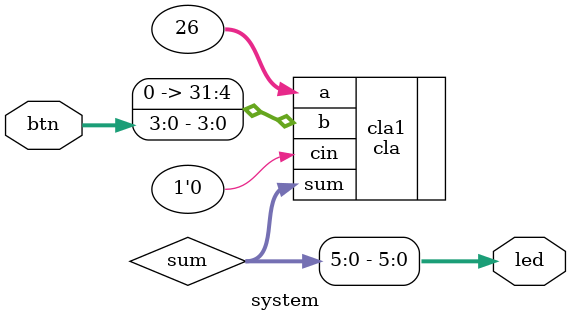
<source format=v>
module system (
   input wire [3:0] btn,
   output wire [5:0] led
);

wire [31:0] sum;
cla cla1 (
   .a (32'd26),
   .b ({28'b0, btn}),
   .cin (1'b0),
   .sum (sum)
);

assign led = sum[5:0];
endmodule

</source>
